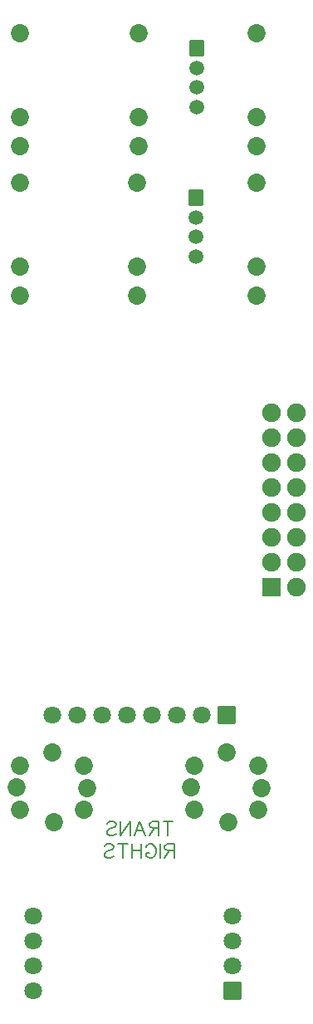
<source format=gbs>
G04 Layer: BottomSolderMaskLayer*
G04 EasyEDA v6.5.29, 2023-07-19 20:14:37*
G04 41db7a399fb243939f9e48431119433e,5a6b42c53f6a479593ecc07194224c93,10*
G04 Gerber Generator version 0.2*
G04 Scale: 100 percent, Rotated: No, Reflected: No *
G04 Dimensions in millimeters *
G04 leading zeros omitted , absolute positions ,4 integer and 5 decimal *
%FSLAX45Y45*%
%MOMM*%

%AMMACRO1*1,1,$1,$2,$3*1,1,$1,$4,$5*1,1,$1,0-$2,0-$3*1,1,$1,0-$4,0-$5*20,1,$1,$2,$3,$4,$5,0*20,1,$1,$4,$5,0-$2,0-$3,0*20,1,$1,0-$2,0-$3,0-$4,0-$5,0*20,1,$1,0-$4,0-$5,$2,$3,0*4,1,4,$2,$3,$4,$5,0-$2,0-$3,0-$4,0-$5,$2,$3,0*%
%ADD10C,0.2032*%
%ADD11MACRO1,0.1016X0.85X-0.85X0.85X0.85*%
%ADD12C,1.8016*%
%ADD13MACRO1,0.1016X0.9X-0.9X0.9X0.9*%
%ADD14C,1.9016*%
%ADD15C,1.8532*%
%ADD16MACRO1,0.1016X-0.85X-0.85X0.85X-0.85*%
%ADD17C,1.5016*%
%ADD18MACRO1,0.1016X0.7X0.762X0.7X-0.762*%

%LPD*%
D10*
X-520700Y-4852436D02*
G01*
X-520700Y-4995618D01*
X-520700Y-4852436D02*
G01*
X-582063Y-4852436D01*
X-602518Y-4859253D01*
X-609335Y-4866073D01*
X-616155Y-4879708D01*
X-616155Y-4893345D01*
X-609335Y-4906982D01*
X-602518Y-4913800D01*
X-582063Y-4920617D01*
X-520700Y-4920617D01*
X-568426Y-4920617D02*
G01*
X-616155Y-4995618D01*
X-661154Y-4852436D02*
G01*
X-661154Y-4995618D01*
X-808426Y-4886528D02*
G01*
X-801608Y-4872890D01*
X-787971Y-4859253D01*
X-774336Y-4852436D01*
X-747064Y-4852436D01*
X-733427Y-4859253D01*
X-719790Y-4872890D01*
X-712972Y-4886528D01*
X-706155Y-4906982D01*
X-706155Y-4941072D01*
X-712972Y-4961526D01*
X-719790Y-4975164D01*
X-733427Y-4988798D01*
X-747064Y-4995618D01*
X-774336Y-4995618D01*
X-787971Y-4988798D01*
X-801608Y-4975164D01*
X-808426Y-4961526D01*
X-808426Y-4941072D01*
X-774336Y-4941072D02*
G01*
X-808426Y-4941072D01*
X-853427Y-4852436D02*
G01*
X-853427Y-4995618D01*
X-948883Y-4852436D02*
G01*
X-948883Y-4995618D01*
X-853427Y-4920617D02*
G01*
X-948883Y-4920617D01*
X-1041608Y-4852436D02*
G01*
X-1041608Y-4995618D01*
X-993881Y-4852436D02*
G01*
X-1089337Y-4852436D01*
X-1229791Y-4872890D02*
G01*
X-1216154Y-4859253D01*
X-1195699Y-4852436D01*
X-1168427Y-4852436D01*
X-1147973Y-4859253D01*
X-1134336Y-4872890D01*
X-1134336Y-4886528D01*
X-1141153Y-4900162D01*
X-1147973Y-4906982D01*
X-1161608Y-4913800D01*
X-1202517Y-4927437D01*
X-1216154Y-4934254D01*
X-1222971Y-4941072D01*
X-1229791Y-4954709D01*
X-1229791Y-4975164D01*
X-1216154Y-4988798D01*
X-1195699Y-4995618D01*
X-1168427Y-4995618D01*
X-1147973Y-4988798D01*
X-1134336Y-4975164D01*
X-581126Y-4623836D02*
G01*
X-581126Y-4767018D01*
X-533400Y-4623836D02*
G01*
X-628855Y-4623836D01*
X-673854Y-4623836D02*
G01*
X-673854Y-4767018D01*
X-673854Y-4623836D02*
G01*
X-735218Y-4623836D01*
X-755672Y-4630653D01*
X-762490Y-4637473D01*
X-769310Y-4651108D01*
X-769310Y-4664745D01*
X-762490Y-4678382D01*
X-755672Y-4685200D01*
X-735218Y-4692017D01*
X-673854Y-4692017D01*
X-721580Y-4692017D02*
G01*
X-769310Y-4767018D01*
X-868855Y-4623836D02*
G01*
X-814308Y-4767018D01*
X-868855Y-4623836D02*
G01*
X-923399Y-4767018D01*
X-834763Y-4719292D02*
G01*
X-902944Y-4719292D01*
X-968400Y-4623836D02*
G01*
X-968400Y-4767018D01*
X-968400Y-4623836D02*
G01*
X-1063853Y-4767018D01*
X-1063853Y-4623836D02*
G01*
X-1063853Y-4767018D01*
X-1204307Y-4644290D02*
G01*
X-1190673Y-4630653D01*
X-1170218Y-4623836D01*
X-1142946Y-4623836D01*
X-1122492Y-4630653D01*
X-1108854Y-4644290D01*
X-1108854Y-4657928D01*
X-1115672Y-4671562D01*
X-1122492Y-4678382D01*
X-1136126Y-4685200D01*
X-1177036Y-4698837D01*
X-1190673Y-4705654D01*
X-1197490Y-4712472D01*
X-1204307Y-4726109D01*
X-1204307Y-4746564D01*
X-1190673Y-4760198D01*
X-1170218Y-4767018D01*
X-1142946Y-4767018D01*
X-1122492Y-4760198D01*
X-1108854Y-4746564D01*
D11*
G01*
X77693Y-6350000D03*
D12*
G01*
X77698Y-6096000D03*
G01*
X77698Y-5842000D03*
G01*
X77698Y-5588000D03*
G01*
X-1954301Y-5588000D03*
G01*
X-1954301Y-6350000D03*
G01*
X-1954301Y-6096000D03*
G01*
X-1954301Y-5842000D03*
D13*
G01*
X477697Y-2235197D03*
D14*
G01*
X731697Y-2235200D03*
G01*
X477697Y-1981200D03*
G01*
X731697Y-1981200D03*
G01*
X477697Y-1727200D03*
G01*
X731697Y-1727200D03*
G01*
X477697Y-1473200D03*
G01*
X731697Y-1473200D03*
G01*
X477697Y-1219200D03*
G01*
X731697Y-1219200D03*
G01*
X477697Y-965200D03*
G01*
X731697Y-965200D03*
G01*
X477697Y-711200D03*
G01*
X731697Y-711200D03*
G01*
X477697Y-457200D03*
G01*
X731697Y-457200D03*
D15*
G01*
X-2087676Y3408298D03*
G01*
X-2087676Y2558313D03*
G01*
X-2087676Y2258288D03*
G01*
X-881176Y3408298D03*
G01*
X-881176Y2558313D03*
G01*
X-881176Y2258288D03*
G01*
X325323Y3408298D03*
G01*
X325323Y2558313D03*
G01*
X325323Y2258288D03*
G01*
X-2087676Y1884298D03*
G01*
X-2087676Y1034313D03*
G01*
X-2087676Y734288D03*
G01*
X-893876Y1884298D03*
G01*
X-893876Y1034313D03*
G01*
X-893876Y734288D03*
G01*
X325323Y1884298D03*
G01*
X325323Y1034313D03*
G01*
X325323Y734288D03*
G01*
X-1440002Y-4508500D03*
G01*
X-2090013Y-4508500D03*
G01*
X-1440002Y-4058488D03*
G01*
X-2090013Y-4058488D03*
G01*
X-1764995Y-3923512D03*
G01*
X-1405001Y-4283506D03*
G01*
X-1744802Y-4635500D03*
G01*
X-2125802Y-4279900D03*
G01*
X337997Y-4508500D03*
G01*
X-312013Y-4508500D03*
G01*
X337997Y-4058488D03*
G01*
X-312013Y-4058488D03*
G01*
X13004Y-3923512D03*
G01*
X372998Y-4283506D03*
G01*
X33197Y-4635500D03*
G01*
X-347802Y-4279900D03*
D16*
G01*
X20502Y-3543292D03*
D12*
G01*
X-233502Y-3543300D03*
G01*
X-487502Y-3543300D03*
G01*
X-741502Y-3543300D03*
G01*
X-995502Y-3543300D03*
G01*
X-1249502Y-3543300D03*
G01*
X-1503502Y-3543300D03*
G01*
X-1757502Y-3543300D03*
D17*
G01*
X-284302Y2659100D03*
G01*
X-284302Y2859100D03*
G01*
X-284302Y3059099D03*
D18*
G01*
X-284299Y3259094D03*
D17*
G01*
X-297002Y1135100D03*
G01*
X-297002Y1335100D03*
G01*
X-297002Y1535099D03*
D18*
G01*
X-296999Y1735096D03*
M02*

</source>
